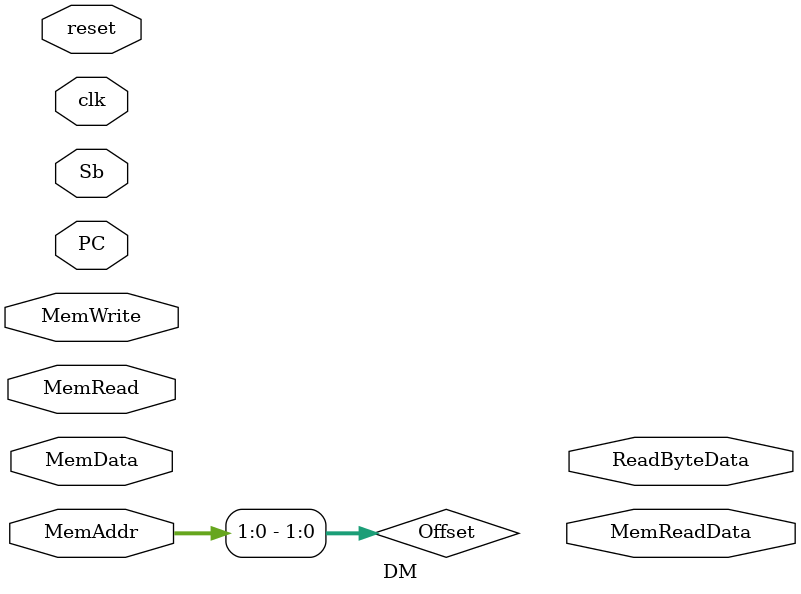
<source format=v>
`timescale 1ns / 1ps
module DM(
    input clk,
    input reset,
    input MemWrite,
    input MemRead,
    input [31:0] PC,
    input [31:0] MemAddr,
    input [31:0] MemData,
    input Sb,
    output [31:0] MemReadData,
    output [31:0] ReadByteData
);
    reg [31:0] RAM [0:3071];
    wire [1:0] Offset;
    wire [7:0] Temp;
    integer i;

	initial begin
		for(i = 0; i < 3072; i = i + 1) begin  //1024
			RAM[i] <= 32'b0;
		end
	end

    assign Offset = MemAddr[1:0];
    // assign Temp = MemReadData[8 * Offset + 7 -: 8];
    always @(*) begin
        case (Offset) 
            2'b00 : WriteByteData = MemData;
            2'b01 : WriteByteData = {MemData[0], MemData[31:1]};
            2'b10 : WriteByteData = {MemData[1:0], MemData[31:2]};
            2'b11 : WriteByteData = {MemData[2:0], MemData[31:3]};
        endcase
    end

    always @(posedge clk) begin
		if (reset) begin
			for (i = 0; i < 3072; i = i + 1) begin
				RAM[i] <= 32'b0; // clear all the memory
			end
		end
		else if (MemWrite) begin
            if (Sb) begin
                RAM[MemAddr[11:2]] <= WriteByteData;
                $display("@%h: *%h <= %h", PC, MemAddr, WriteByteData);
            end
            else begin
                RAM[MemAddr[11:2]] <= MemData;
                $display("@%h: *%h <= %h", PC, MemAddr, MemData);
            end
		end
	end

endmodule
</source>
